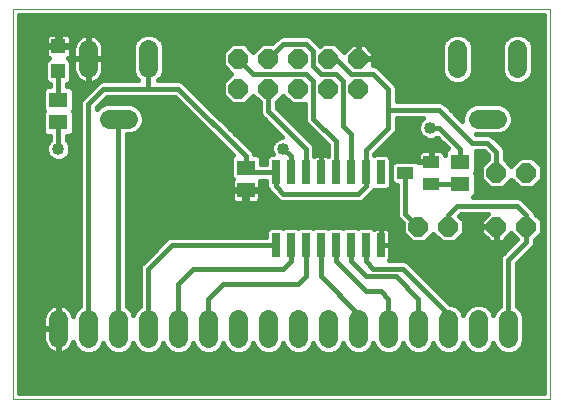
<source format=gtl>
G75*
G70*
%OFA0B0*%
%FSLAX24Y24*%
%IPPOS*%
%LPD*%
%AMOC8*
5,1,8,0,0,1.08239X$1,22.5*
%
%ADD10C,0.0000*%
%ADD11R,0.0472X0.0472*%
%ADD12R,0.0630X0.0512*%
%ADD13R,0.0591X0.0512*%
%ADD14C,0.0640*%
%ADD15R,0.0260X0.0800*%
%ADD16OC8,0.0640*%
%ADD17R,0.0551X0.0394*%
%ADD18C,0.0160*%
%ADD19C,0.0400*%
D10*
X000182Y000188D02*
X000182Y013184D01*
X018052Y013184D01*
X018052Y000188D01*
X000182Y000188D01*
D11*
X001682Y011125D03*
X001682Y011952D03*
D12*
X001682Y010162D03*
X001682Y009414D03*
X015082Y008112D03*
X015082Y007364D03*
D13*
X007932Y007164D03*
X007932Y007912D03*
D14*
X004002Y009538D02*
X003362Y009538D01*
X002682Y011218D02*
X002682Y011858D01*
X004682Y011858D02*
X004682Y011218D01*
X014982Y011218D02*
X014982Y011858D01*
X016982Y011858D02*
X016982Y011218D01*
X016302Y009538D02*
X015662Y009538D01*
X015682Y002858D02*
X015682Y002218D01*
X016682Y002218D02*
X016682Y002858D01*
X014682Y002858D02*
X014682Y002218D01*
X013682Y002218D02*
X013682Y002858D01*
X012682Y002858D02*
X012682Y002218D01*
X011682Y002218D02*
X011682Y002858D01*
X010682Y002858D02*
X010682Y002218D01*
X009682Y002218D02*
X009682Y002858D01*
X008682Y002858D02*
X008682Y002218D01*
X007682Y002218D02*
X007682Y002858D01*
X006682Y002858D02*
X006682Y002218D01*
X005682Y002218D02*
X005682Y002858D01*
X004682Y002858D02*
X004682Y002218D01*
X003682Y002218D02*
X003682Y002858D01*
X002682Y002858D02*
X002682Y002218D01*
X001682Y002218D02*
X001682Y002858D01*
D15*
X008932Y005328D03*
X009432Y005328D03*
X009932Y005328D03*
X010432Y005328D03*
X010932Y005328D03*
X011432Y005328D03*
X011932Y005328D03*
X012432Y005328D03*
X012432Y007748D03*
X011932Y007748D03*
X011432Y007748D03*
X010932Y007748D03*
X010432Y007748D03*
X009932Y007748D03*
X009432Y007748D03*
X008932Y007748D03*
D16*
X008682Y010538D03*
X009682Y010538D03*
X010682Y010538D03*
X011682Y010538D03*
X011682Y011538D03*
X010682Y011538D03*
X009682Y011538D03*
X008682Y011538D03*
X007682Y011538D03*
X007682Y010538D03*
X013682Y005938D03*
X014682Y005938D03*
X016282Y005938D03*
X017282Y005938D03*
X017282Y007738D03*
X016282Y007738D03*
D17*
X014115Y007364D03*
X013249Y007738D03*
X014115Y008112D03*
D18*
X014096Y008094D02*
X013659Y008094D01*
X013659Y008083D01*
X013607Y008135D01*
X012890Y008135D01*
X012773Y008018D01*
X012773Y007459D01*
X012890Y007341D01*
X012969Y007341D01*
X012969Y006427D01*
X012969Y006316D01*
X013011Y006213D01*
X013162Y006062D01*
X013162Y005723D01*
X013466Y005418D01*
X013897Y005418D01*
X014182Y005703D01*
X014466Y005418D01*
X014897Y005418D01*
X015202Y005723D01*
X015202Y006154D01*
X015047Y006308D01*
X015098Y006358D01*
X015995Y006358D01*
X015782Y006145D01*
X015782Y005958D01*
X016262Y005958D01*
X016262Y005918D01*
X016302Y005918D01*
X016302Y005438D01*
X016489Y005438D01*
X016768Y005717D01*
X016966Y005519D01*
X016445Y004997D01*
X016402Y004894D01*
X016402Y004783D01*
X016402Y003305D01*
X016387Y003299D01*
X016241Y003153D01*
X016182Y003010D01*
X016123Y003153D01*
X015976Y003299D01*
X015785Y003378D01*
X015578Y003378D01*
X015387Y003299D01*
X015241Y003153D01*
X015182Y003010D01*
X015123Y003153D01*
X014976Y003299D01*
X014785Y003378D01*
X014738Y003378D01*
X013340Y004776D01*
X013238Y004818D01*
X013126Y004818D01*
X012706Y004818D01*
X012730Y004859D01*
X012742Y004905D01*
X012742Y005328D01*
X012432Y005328D01*
X012432Y005328D01*
X012742Y005328D01*
X012742Y005752D01*
X012730Y005798D01*
X012706Y005839D01*
X012672Y005872D01*
X012631Y005896D01*
X012586Y005908D01*
X012432Y005908D01*
X012432Y005329D01*
X012432Y005329D01*
X012432Y005908D01*
X012278Y005908D01*
X012232Y005896D01*
X012197Y005876D01*
X012145Y005928D01*
X011719Y005928D01*
X011682Y005891D01*
X011645Y005928D01*
X011219Y005928D01*
X011182Y005891D01*
X011145Y005928D01*
X010719Y005928D01*
X010682Y005891D01*
X010645Y005928D01*
X010219Y005928D01*
X010182Y005891D01*
X010145Y005928D01*
X009719Y005928D01*
X009682Y005891D01*
X009645Y005928D01*
X009219Y005928D01*
X009182Y005891D01*
X009145Y005928D01*
X008719Y005928D01*
X008602Y005811D01*
X008602Y005608D01*
X005528Y005608D01*
X005416Y005608D01*
X005313Y005566D01*
X004523Y004776D01*
X004445Y004697D01*
X004402Y004594D01*
X004402Y003305D01*
X004387Y003299D01*
X004241Y003153D01*
X004182Y003010D01*
X004123Y003153D01*
X003976Y003299D01*
X003962Y003305D01*
X003962Y009018D01*
X004105Y009018D01*
X004296Y009097D01*
X004443Y009244D01*
X004522Y009435D01*
X004522Y009642D01*
X004443Y009833D01*
X004296Y009979D01*
X004105Y010058D01*
X003258Y010058D01*
X003067Y009979D01*
X002962Y009874D01*
X002962Y009922D01*
X003298Y010258D01*
X004626Y010258D01*
X004738Y010258D01*
X005566Y010258D01*
X007505Y008319D01*
X007437Y008251D01*
X007437Y007574D01*
X007488Y007522D01*
X007469Y007490D01*
X007457Y007444D01*
X007457Y007212D01*
X007884Y007212D01*
X007884Y007116D01*
X007980Y007116D01*
X007980Y006728D01*
X008251Y006728D01*
X008297Y006741D01*
X008338Y006764D01*
X008371Y006798D01*
X008395Y006839D01*
X008407Y006885D01*
X008407Y007116D01*
X007980Y007116D01*
X007980Y007212D01*
X008407Y007212D01*
X008407Y007444D01*
X008401Y007468D01*
X008602Y007468D01*
X008602Y007265D01*
X008664Y007203D01*
X008695Y007130D01*
X008773Y007051D01*
X008773Y007051D01*
X009023Y006801D01*
X009126Y006758D01*
X009238Y006758D01*
X011626Y006758D01*
X011738Y006758D01*
X011840Y006801D01*
X012090Y007051D01*
X012090Y007051D01*
X012169Y007130D01*
X012189Y007178D01*
X012219Y007148D01*
X012645Y007148D01*
X012762Y007265D01*
X012762Y008231D01*
X012645Y008348D01*
X012219Y008348D01*
X012212Y008341D01*
X012212Y008372D01*
X012919Y009080D01*
X012962Y009183D01*
X012962Y009294D01*
X012962Y009558D01*
X013836Y009558D01*
X013743Y009465D01*
X013682Y009318D01*
X013682Y009159D01*
X013743Y009012D01*
X013855Y008899D01*
X014002Y008838D01*
X014161Y008838D01*
X014308Y008899D01*
X014317Y008907D01*
X014670Y008554D01*
X014567Y008451D01*
X014567Y008346D01*
X014558Y008379D01*
X014535Y008420D01*
X014501Y008453D01*
X014460Y008477D01*
X014414Y008489D01*
X014133Y008489D01*
X014133Y008131D01*
X014096Y008131D01*
X014096Y008094D01*
X014096Y008131D02*
X013659Y008131D01*
X013659Y008333D01*
X013672Y008379D01*
X013695Y008420D01*
X013729Y008453D01*
X013770Y008477D01*
X013816Y008489D01*
X014096Y008489D01*
X014096Y008131D01*
X014096Y008246D02*
X014133Y008246D01*
X014133Y008405D02*
X014096Y008405D01*
X013687Y008405D02*
X012244Y008405D01*
X012403Y008563D02*
X014661Y008563D01*
X014502Y008722D02*
X012562Y008722D01*
X012720Y008881D02*
X013900Y008881D01*
X013731Y009039D02*
X012879Y009039D01*
X012962Y009198D02*
X013682Y009198D01*
X013698Y009356D02*
X012962Y009356D01*
X012682Y009238D02*
X011932Y008488D01*
X011932Y007748D01*
X011932Y007288D01*
X011682Y007038D01*
X009182Y007038D01*
X008932Y007288D01*
X008932Y007748D01*
X008096Y007748D01*
X007932Y007912D01*
X007932Y008288D01*
X005682Y010538D01*
X004682Y010538D01*
X003182Y010538D01*
X002682Y010038D01*
X002682Y002538D01*
X002169Y002099D02*
X002241Y001924D01*
X002387Y001777D01*
X002578Y001698D01*
X002785Y001698D01*
X002976Y001777D01*
X003123Y001924D01*
X003182Y002067D01*
X003241Y001924D01*
X003387Y001777D01*
X003578Y001698D01*
X003785Y001698D01*
X003976Y001777D01*
X004123Y001924D01*
X004182Y002067D01*
X004241Y001924D01*
X004387Y001777D01*
X004578Y001698D01*
X004785Y001698D01*
X004976Y001777D01*
X005123Y001924D01*
X005182Y002067D01*
X005241Y001924D01*
X005387Y001777D01*
X005578Y001698D01*
X005785Y001698D01*
X005976Y001777D01*
X006123Y001924D01*
X006182Y002067D01*
X006241Y001924D01*
X006387Y001777D01*
X006578Y001698D01*
X006785Y001698D01*
X006976Y001777D01*
X007123Y001924D01*
X007182Y002067D01*
X007241Y001924D01*
X007387Y001777D01*
X007578Y001698D01*
X007785Y001698D01*
X007976Y001777D01*
X008123Y001924D01*
X008182Y002067D01*
X008241Y001924D01*
X008387Y001777D01*
X008578Y001698D01*
X008785Y001698D01*
X008976Y001777D01*
X009123Y001924D01*
X009182Y002067D01*
X009241Y001924D01*
X009387Y001777D01*
X009578Y001698D01*
X009785Y001698D01*
X009976Y001777D01*
X010123Y001924D01*
X010182Y002067D01*
X010241Y001924D01*
X010387Y001777D01*
X010578Y001698D01*
X010785Y001698D01*
X010976Y001777D01*
X011123Y001924D01*
X011182Y002067D01*
X011241Y001924D01*
X011387Y001777D01*
X011578Y001698D01*
X011785Y001698D01*
X011976Y001777D01*
X012123Y001924D01*
X012182Y002067D01*
X012241Y001924D01*
X012387Y001777D01*
X012578Y001698D01*
X012785Y001698D01*
X012976Y001777D01*
X013123Y001924D01*
X013182Y002067D01*
X013241Y001924D01*
X013387Y001777D01*
X013578Y001698D01*
X013785Y001698D01*
X013976Y001777D01*
X014123Y001924D01*
X014182Y002067D01*
X014241Y001924D01*
X014387Y001777D01*
X014578Y001698D01*
X014785Y001698D01*
X014976Y001777D01*
X015123Y001924D01*
X015182Y002067D01*
X015241Y001924D01*
X015387Y001777D01*
X015578Y001698D01*
X015785Y001698D01*
X015976Y001777D01*
X016123Y001924D01*
X016182Y002067D01*
X016241Y001924D01*
X016387Y001777D01*
X016578Y001698D01*
X016785Y001698D01*
X016976Y001777D01*
X017123Y001924D01*
X017202Y002115D01*
X017202Y002962D01*
X017123Y003153D01*
X016976Y003299D01*
X016962Y003305D01*
X016962Y004722D01*
X017440Y005201D01*
X017519Y005280D01*
X017562Y005383D01*
X017562Y005483D01*
X017802Y005723D01*
X017802Y006154D01*
X017562Y006394D01*
X017519Y006497D01*
X017440Y006576D01*
X017140Y006876D01*
X017038Y006918D01*
X016926Y006918D01*
X015490Y006918D01*
X015597Y007025D01*
X015597Y007703D01*
X015562Y007738D01*
X015597Y007774D01*
X015597Y008451D01*
X015590Y008458D01*
X015866Y008458D01*
X016002Y008322D01*
X016002Y008194D01*
X015762Y007954D01*
X015762Y007523D01*
X016066Y007218D01*
X016497Y007218D01*
X016782Y007503D01*
X017066Y007218D01*
X017497Y007218D01*
X017802Y007523D01*
X017802Y007954D01*
X017497Y008258D01*
X017066Y008258D01*
X016782Y007974D01*
X016562Y008194D01*
X016562Y008383D01*
X016562Y008494D01*
X016519Y008597D01*
X016219Y008897D01*
X016140Y008976D01*
X016038Y009018D01*
X015598Y009018D01*
X015598Y009018D01*
X016405Y009018D01*
X016596Y009097D01*
X016743Y009244D01*
X016822Y009435D01*
X016822Y009642D01*
X016743Y009833D01*
X016596Y009979D01*
X016405Y010058D01*
X015558Y010058D01*
X015367Y009979D01*
X015221Y009833D01*
X015142Y009642D01*
X015142Y009474D01*
X014619Y009997D01*
X014540Y010076D01*
X014438Y010118D01*
X012962Y010118D01*
X012962Y010594D01*
X012919Y010697D01*
X012840Y010776D01*
X012340Y011276D01*
X012238Y011318D01*
X012169Y011318D01*
X012182Y011331D01*
X012182Y011518D01*
X011702Y011518D01*
X011702Y011558D01*
X012182Y011558D01*
X012182Y011745D01*
X011889Y012038D01*
X011702Y012038D01*
X011702Y011559D01*
X011662Y011559D01*
X011662Y012038D01*
X011475Y012038D01*
X011196Y011759D01*
X010897Y012058D01*
X010466Y012058D01*
X010387Y011979D01*
X010340Y012026D01*
X010090Y012276D01*
X009988Y012318D01*
X009876Y012318D01*
X009126Y012318D01*
X009023Y012276D01*
X008945Y012197D01*
X008945Y012197D01*
X008806Y012058D01*
X008466Y012058D01*
X008182Y011774D01*
X007897Y012058D01*
X007466Y012058D01*
X007162Y011754D01*
X007162Y011323D01*
X007447Y011038D01*
X007162Y010754D01*
X007162Y010323D01*
X007466Y010018D01*
X007897Y010018D01*
X008182Y010303D01*
X008402Y010083D01*
X008402Y009844D01*
X008402Y009733D01*
X008445Y009630D01*
X009136Y008938D01*
X009102Y008938D01*
X008955Y008877D01*
X008843Y008765D01*
X008782Y008618D01*
X008782Y008459D01*
X008828Y008348D01*
X008719Y008348D01*
X008602Y008231D01*
X008602Y008028D01*
X008427Y008028D01*
X008427Y008251D01*
X008310Y008368D01*
X008202Y008368D01*
X008169Y008447D01*
X005840Y010776D01*
X005738Y010818D01*
X005626Y010818D01*
X005017Y010818D01*
X005123Y010924D01*
X005202Y011115D01*
X005202Y011962D01*
X005123Y012153D01*
X004976Y012299D01*
X004785Y012378D01*
X004578Y012378D01*
X004387Y012299D01*
X004241Y012153D01*
X004162Y011962D01*
X004162Y011115D01*
X004241Y010924D01*
X004347Y010818D01*
X003238Y010818D01*
X003126Y010818D01*
X003023Y010776D01*
X002523Y010276D01*
X002445Y010197D01*
X002402Y010094D01*
X002402Y003305D01*
X002387Y003299D01*
X002241Y003153D01*
X002169Y002978D01*
X002145Y003050D01*
X002109Y003120D01*
X002063Y003184D01*
X002008Y003240D01*
X001944Y003286D01*
X001874Y003322D01*
X001799Y003346D01*
X001721Y003358D01*
X001702Y003358D01*
X001702Y002559D01*
X001662Y002559D01*
X001662Y003358D01*
X001643Y003358D01*
X001565Y003346D01*
X001490Y003322D01*
X001420Y003286D01*
X001356Y003240D01*
X001301Y003184D01*
X001254Y003120D01*
X001219Y003050D01*
X001194Y002975D01*
X001182Y002898D01*
X001182Y002558D01*
X001662Y002558D01*
X001662Y002518D01*
X001702Y002518D01*
X001702Y001718D01*
X001721Y001718D01*
X001799Y001731D01*
X001874Y001755D01*
X001944Y001791D01*
X002008Y001837D01*
X002063Y001893D01*
X002109Y001956D01*
X002145Y002026D01*
X002169Y002099D01*
X002157Y002063D02*
X002183Y002063D01*
X002260Y001905D02*
X002072Y001905D01*
X001847Y001746D02*
X002463Y001746D01*
X002901Y001746D02*
X003463Y001746D01*
X003260Y001905D02*
X003104Y001905D01*
X003180Y002063D02*
X003183Y002063D01*
X003682Y002538D02*
X003682Y009288D01*
X003932Y009538D01*
X003682Y009538D01*
X004269Y009990D02*
X005834Y009990D01*
X005992Y009832D02*
X004443Y009832D01*
X004509Y009673D02*
X006151Y009673D01*
X006309Y009515D02*
X004522Y009515D01*
X004489Y009356D02*
X006468Y009356D01*
X006627Y009198D02*
X004397Y009198D01*
X004156Y009039D02*
X006785Y009039D01*
X006944Y008881D02*
X003962Y008881D01*
X003962Y008722D02*
X007102Y008722D01*
X007261Y008563D02*
X003962Y008563D01*
X003962Y008405D02*
X007419Y008405D01*
X007437Y008246D02*
X003962Y008246D01*
X003962Y008088D02*
X007437Y008088D01*
X007437Y007929D02*
X003962Y007929D01*
X003962Y007771D02*
X007437Y007771D01*
X007437Y007612D02*
X003962Y007612D01*
X003962Y007454D02*
X007459Y007454D01*
X007457Y007295D02*
X003962Y007295D01*
X003962Y007137D02*
X007884Y007137D01*
X007884Y007116D02*
X007457Y007116D01*
X007457Y006885D01*
X007469Y006839D01*
X007493Y006798D01*
X007526Y006764D01*
X007567Y006741D01*
X007613Y006728D01*
X007884Y006728D01*
X007884Y007116D01*
X007980Y007137D02*
X008692Y007137D01*
X008602Y007295D02*
X008407Y007295D01*
X008404Y007454D02*
X008602Y007454D01*
X008407Y006978D02*
X008846Y006978D01*
X009005Y006819D02*
X008384Y006819D01*
X007980Y006819D02*
X007884Y006819D01*
X007884Y006978D02*
X007980Y006978D01*
X007457Y006978D02*
X003962Y006978D01*
X003962Y006819D02*
X007480Y006819D01*
X008659Y005868D02*
X003962Y005868D01*
X003962Y005710D02*
X008602Y005710D01*
X008932Y005328D02*
X005472Y005328D01*
X004682Y004538D01*
X004682Y002538D01*
X005180Y002063D02*
X005183Y002063D01*
X005260Y001905D02*
X005104Y001905D01*
X004901Y001746D02*
X005463Y001746D01*
X005901Y001746D02*
X006463Y001746D01*
X006260Y001905D02*
X006104Y001905D01*
X006180Y002063D02*
X006183Y002063D01*
X006682Y002538D02*
X006682Y003538D01*
X007182Y004038D01*
X009682Y004038D01*
X009932Y004288D01*
X009932Y005328D01*
X010432Y005328D02*
X010432Y004288D01*
X011680Y003040D01*
X011682Y003040D01*
X011682Y002538D01*
X012180Y002063D02*
X012183Y002063D01*
X012260Y001905D02*
X012104Y001905D01*
X011901Y001746D02*
X012463Y001746D01*
X012901Y001746D02*
X013463Y001746D01*
X013260Y001905D02*
X013104Y001905D01*
X013180Y002063D02*
X013183Y002063D01*
X013682Y002538D02*
X013682Y003538D01*
X012932Y004288D01*
X011932Y004288D01*
X011432Y004788D01*
X011432Y005328D01*
X011932Y005328D02*
X011932Y004788D01*
X012182Y004538D01*
X013182Y004538D01*
X014682Y003038D01*
X014682Y002538D01*
X015180Y002063D02*
X015183Y002063D01*
X015260Y001905D02*
X015104Y001905D01*
X014901Y001746D02*
X015463Y001746D01*
X015901Y001746D02*
X016463Y001746D01*
X016260Y001905D02*
X016104Y001905D01*
X016180Y002063D02*
X016183Y002063D01*
X016682Y002538D02*
X016682Y004838D01*
X017282Y005438D01*
X017282Y005938D01*
X017282Y006338D01*
X016982Y006638D01*
X014982Y006638D01*
X014682Y006338D01*
X014682Y005938D01*
X015030Y005551D02*
X015962Y005551D01*
X016075Y005438D02*
X015782Y005731D01*
X015782Y005918D01*
X016262Y005918D01*
X016262Y005438D01*
X016075Y005438D01*
X016262Y005551D02*
X016302Y005551D01*
X016302Y005710D02*
X016262Y005710D01*
X016262Y005868D02*
X016302Y005868D01*
X016602Y005551D02*
X016934Y005551D01*
X016840Y005393D02*
X012742Y005393D01*
X012742Y005551D02*
X013334Y005551D01*
X013175Y005710D02*
X012742Y005710D01*
X012676Y005868D02*
X013162Y005868D01*
X013162Y006027D02*
X003962Y006027D01*
X003962Y006185D02*
X013039Y006185D01*
X012969Y006344D02*
X003962Y006344D01*
X003962Y006502D02*
X012969Y006502D01*
X012969Y006661D02*
X003962Y006661D01*
X003962Y005551D02*
X005299Y005551D01*
X005140Y005393D02*
X003962Y005393D01*
X003962Y005234D02*
X004982Y005234D01*
X004823Y005076D02*
X003962Y005076D01*
X003962Y004917D02*
X004665Y004917D01*
X004506Y004758D02*
X003962Y004758D01*
X003962Y004600D02*
X004404Y004600D01*
X004402Y004441D02*
X003962Y004441D01*
X003962Y004283D02*
X004402Y004283D01*
X004402Y004124D02*
X003962Y004124D01*
X003962Y003966D02*
X004402Y003966D01*
X004402Y003807D02*
X003962Y003807D01*
X003962Y003649D02*
X004402Y003649D01*
X004402Y003490D02*
X003962Y003490D01*
X003962Y003332D02*
X004402Y003332D01*
X004261Y003173D02*
X004102Y003173D01*
X004180Y003014D02*
X004184Y003014D01*
X004180Y002063D02*
X004183Y002063D01*
X004260Y001905D02*
X004104Y001905D01*
X003901Y001746D02*
X004463Y001746D01*
X005682Y002538D02*
X005682Y004038D01*
X006182Y004538D01*
X009182Y004538D01*
X009432Y004788D01*
X009432Y005328D01*
X010932Y005328D02*
X010932Y004788D01*
X011932Y003788D01*
X012432Y003788D01*
X012682Y003538D01*
X012682Y002790D01*
X012682Y002538D01*
X012680Y002788D02*
X012682Y002790D01*
X012680Y002788D02*
X012680Y003040D01*
X013992Y004124D02*
X016402Y004124D01*
X016402Y003966D02*
X014150Y003966D01*
X014309Y003807D02*
X016402Y003807D01*
X016402Y003649D02*
X014467Y003649D01*
X014626Y003490D02*
X016402Y003490D01*
X016402Y003332D02*
X015898Y003332D01*
X016102Y003173D02*
X016261Y003173D01*
X016184Y003014D02*
X016180Y003014D01*
X015466Y003332D02*
X014898Y003332D01*
X015102Y003173D02*
X015261Y003173D01*
X015184Y003014D02*
X015180Y003014D01*
X014183Y002063D02*
X014180Y002063D01*
X014104Y001905D02*
X014260Y001905D01*
X014463Y001746D02*
X013901Y001746D01*
X011463Y001746D02*
X010901Y001746D01*
X011104Y001905D02*
X011260Y001905D01*
X011183Y002063D02*
X011180Y002063D01*
X010463Y001746D02*
X009901Y001746D01*
X010104Y001905D02*
X010260Y001905D01*
X010183Y002063D02*
X010180Y002063D01*
X009463Y001746D02*
X008901Y001746D01*
X009104Y001905D02*
X009260Y001905D01*
X009183Y002063D02*
X009180Y002063D01*
X008463Y001746D02*
X007901Y001746D01*
X008104Y001905D02*
X008260Y001905D01*
X008183Y002063D02*
X008180Y002063D01*
X007463Y001746D02*
X006901Y001746D01*
X007104Y001905D02*
X007260Y001905D01*
X007183Y002063D02*
X007180Y002063D01*
X002402Y003332D02*
X001843Y003332D01*
X001702Y003332D02*
X001662Y003332D01*
X001521Y003332D02*
X000382Y003332D01*
X000382Y003173D02*
X001293Y003173D01*
X001207Y003014D02*
X000382Y003014D01*
X000382Y002856D02*
X001182Y002856D01*
X001182Y002697D02*
X000382Y002697D01*
X000382Y002539D02*
X001662Y002539D01*
X001662Y002518D02*
X001182Y002518D01*
X001182Y002179D01*
X001194Y002101D01*
X001219Y002026D01*
X001254Y001956D01*
X001301Y001893D01*
X001356Y001837D01*
X001420Y001791D01*
X001490Y001755D01*
X001565Y001731D01*
X001643Y001718D01*
X001662Y001718D01*
X001662Y002518D01*
X001662Y002380D02*
X001702Y002380D01*
X001702Y002222D02*
X001662Y002222D01*
X001662Y002063D02*
X001702Y002063D01*
X001702Y001905D02*
X001662Y001905D01*
X001662Y001746D02*
X001702Y001746D01*
X001517Y001746D02*
X000382Y001746D01*
X000382Y001905D02*
X001292Y001905D01*
X001206Y002063D02*
X000382Y002063D01*
X000382Y002222D02*
X001182Y002222D01*
X001182Y002380D02*
X000382Y002380D01*
X000382Y001588D02*
X017852Y001588D01*
X017852Y001429D02*
X000382Y001429D01*
X000382Y001270D02*
X017852Y001270D01*
X017852Y001112D02*
X000382Y001112D01*
X000382Y000953D02*
X017852Y000953D01*
X017852Y000795D02*
X000382Y000795D01*
X000382Y000636D02*
X017852Y000636D01*
X017852Y000478D02*
X000382Y000478D01*
X000382Y000388D02*
X000382Y012984D01*
X017852Y012984D01*
X017852Y000388D01*
X000382Y000388D01*
X001662Y002697D02*
X001702Y002697D01*
X001702Y002856D02*
X001662Y002856D01*
X001662Y003014D02*
X001702Y003014D01*
X001702Y003173D02*
X001662Y003173D01*
X002071Y003173D02*
X002261Y003173D01*
X002184Y003014D02*
X002157Y003014D01*
X002402Y003490D02*
X000382Y003490D01*
X000382Y003649D02*
X002402Y003649D01*
X002402Y003807D02*
X000382Y003807D01*
X000382Y003966D02*
X002402Y003966D01*
X002402Y004124D02*
X000382Y004124D01*
X000382Y004283D02*
X002402Y004283D01*
X002402Y004441D02*
X000382Y004441D01*
X000382Y004600D02*
X002402Y004600D01*
X002402Y004758D02*
X000382Y004758D01*
X000382Y004917D02*
X002402Y004917D01*
X002402Y005076D02*
X000382Y005076D01*
X000382Y005234D02*
X002402Y005234D01*
X002402Y005393D02*
X000382Y005393D01*
X000382Y005551D02*
X002402Y005551D01*
X002402Y005710D02*
X000382Y005710D01*
X000382Y005868D02*
X002402Y005868D01*
X002402Y006027D02*
X000382Y006027D01*
X000382Y006185D02*
X002402Y006185D01*
X002402Y006344D02*
X000382Y006344D01*
X000382Y006502D02*
X002402Y006502D01*
X002402Y006661D02*
X000382Y006661D01*
X000382Y006819D02*
X002402Y006819D01*
X002402Y006978D02*
X000382Y006978D01*
X000382Y007137D02*
X002402Y007137D01*
X002402Y007295D02*
X000382Y007295D01*
X000382Y007454D02*
X002402Y007454D01*
X002402Y007612D02*
X000382Y007612D01*
X000382Y007771D02*
X002402Y007771D01*
X002402Y007929D02*
X000382Y007929D01*
X000382Y008088D02*
X002402Y008088D01*
X002402Y008246D02*
X001956Y008246D01*
X001908Y008199D02*
X002021Y008312D01*
X002082Y008459D01*
X002082Y008618D01*
X002021Y008765D01*
X001962Y008824D01*
X001962Y008958D01*
X002080Y008958D01*
X002197Y009075D01*
X002197Y009753D01*
X002162Y009788D01*
X002197Y009824D01*
X002197Y010501D01*
X002080Y010618D01*
X001962Y010618D01*
X001962Y010689D01*
X002001Y010689D01*
X002118Y010806D01*
X002118Y011444D01*
X002004Y011557D01*
X002029Y011571D01*
X002062Y011605D01*
X002086Y011646D01*
X002098Y011692D01*
X002098Y011913D01*
X001720Y011913D01*
X001720Y011990D01*
X001644Y011990D01*
X001644Y012368D01*
X001422Y012368D01*
X001376Y012356D01*
X001335Y012332D01*
X001302Y012298D01*
X001278Y012257D01*
X001266Y012212D01*
X001266Y011990D01*
X001644Y011990D01*
X001644Y011913D01*
X001266Y011913D01*
X001266Y011692D01*
X001278Y011646D01*
X001302Y011605D01*
X001335Y011571D01*
X001359Y011557D01*
X001246Y011444D01*
X001246Y010806D01*
X001363Y010689D01*
X001402Y010689D01*
X001402Y010618D01*
X001284Y010618D01*
X001167Y010501D01*
X001167Y009824D01*
X001202Y009788D01*
X001167Y009753D01*
X001167Y009075D01*
X001284Y008958D01*
X001402Y008958D01*
X001402Y008824D01*
X001343Y008765D01*
X001282Y008618D01*
X001282Y008459D01*
X001343Y008312D01*
X001455Y008199D01*
X001602Y008138D01*
X001761Y008138D01*
X001908Y008199D01*
X002060Y008405D02*
X002402Y008405D01*
X002402Y008563D02*
X002082Y008563D01*
X002039Y008722D02*
X002402Y008722D01*
X002402Y008881D02*
X001962Y008881D01*
X002160Y009039D02*
X002402Y009039D01*
X002402Y009198D02*
X002197Y009198D01*
X002197Y009356D02*
X002402Y009356D01*
X002402Y009515D02*
X002197Y009515D01*
X002197Y009673D02*
X002402Y009673D01*
X002402Y009832D02*
X002197Y009832D01*
X002197Y009990D02*
X002402Y009990D01*
X002425Y010149D02*
X002197Y010149D01*
X002197Y010307D02*
X002555Y010307D01*
X002523Y010276D02*
X002523Y010276D01*
X002714Y010466D02*
X002197Y010466D01*
X001962Y010625D02*
X002872Y010625D01*
X002799Y010731D02*
X002721Y010718D01*
X002702Y010718D01*
X002702Y011518D01*
X002662Y011518D01*
X002662Y010718D01*
X002643Y010718D01*
X002565Y010731D01*
X002490Y010755D01*
X002420Y010791D01*
X002356Y010837D01*
X002301Y010893D01*
X002254Y010956D01*
X002219Y011026D01*
X002194Y011101D01*
X002182Y011179D01*
X002182Y011518D01*
X002662Y011518D01*
X002662Y011558D01*
X002182Y011558D01*
X002182Y011898D01*
X002194Y011975D01*
X002219Y012050D01*
X002254Y012120D01*
X002301Y012184D01*
X002356Y012240D01*
X002420Y012286D01*
X002490Y012322D01*
X002565Y012346D01*
X002643Y012358D01*
X002662Y012358D01*
X002662Y011559D01*
X002702Y011559D01*
X002702Y012358D01*
X002721Y012358D01*
X002799Y012346D01*
X002874Y012322D01*
X002944Y012286D01*
X003008Y012240D01*
X003063Y012184D01*
X003109Y012120D01*
X003145Y012050D01*
X003170Y011975D01*
X003182Y011898D01*
X003182Y011558D01*
X002702Y011558D01*
X002702Y011518D01*
X003182Y011518D01*
X003182Y011179D01*
X003170Y011101D01*
X003145Y011026D01*
X003109Y010956D01*
X003063Y010893D01*
X003008Y010837D01*
X002944Y010791D01*
X002874Y010755D01*
X002799Y010731D01*
X002702Y010783D02*
X002662Y010783D01*
X002662Y010942D02*
X002702Y010942D01*
X002702Y011100D02*
X002662Y011100D01*
X002662Y011259D02*
X002702Y011259D01*
X002702Y011417D02*
X002662Y011417D01*
X002662Y011576D02*
X002702Y011576D01*
X002702Y011734D02*
X002662Y011734D01*
X002662Y011893D02*
X002702Y011893D01*
X002702Y012051D02*
X002662Y012051D01*
X002662Y012210D02*
X002702Y012210D01*
X003037Y012210D02*
X004298Y012210D01*
X004199Y012051D02*
X003145Y012051D01*
X003182Y011893D02*
X004162Y011893D01*
X004162Y011734D02*
X003182Y011734D01*
X003182Y011576D02*
X004162Y011576D01*
X004162Y011417D02*
X003182Y011417D01*
X003182Y011259D02*
X004162Y011259D01*
X004168Y011100D02*
X003169Y011100D01*
X003099Y010942D02*
X004234Y010942D01*
X004682Y010538D02*
X004682Y011538D01*
X005202Y011576D02*
X007162Y011576D01*
X007162Y011734D02*
X005202Y011734D01*
X005202Y011893D02*
X007301Y011893D01*
X007460Y012051D02*
X005165Y012051D01*
X005066Y012210D02*
X008958Y012210D01*
X009182Y012038D02*
X009932Y012038D01*
X010182Y011788D01*
X010182Y011288D01*
X010432Y011038D01*
X010932Y011038D01*
X011182Y010788D01*
X011182Y009288D01*
X011432Y009038D01*
X011432Y007748D01*
X010932Y007748D02*
X010932Y008788D01*
X010182Y009538D01*
X010182Y010788D01*
X009932Y011038D01*
X008182Y011038D01*
X007682Y011538D01*
X008063Y011893D02*
X008301Y011893D01*
X008460Y012051D02*
X007904Y012051D01*
X008682Y011538D02*
X009182Y012038D01*
X010156Y012210D02*
X014598Y012210D01*
X014541Y012153D02*
X014687Y012299D01*
X014878Y012378D01*
X015085Y012378D01*
X015276Y012299D01*
X015423Y012153D01*
X015502Y011962D01*
X015502Y011115D01*
X015423Y010924D01*
X015276Y010777D01*
X015085Y010698D01*
X014878Y010698D01*
X014687Y010777D01*
X014541Y010924D01*
X014462Y011115D01*
X014462Y011962D01*
X014541Y012153D01*
X014499Y012051D02*
X010904Y012051D01*
X011063Y011893D02*
X011329Y011893D01*
X011662Y011893D02*
X011702Y011893D01*
X011702Y011734D02*
X011662Y011734D01*
X011662Y011576D02*
X011702Y011576D01*
X012034Y011893D02*
X014462Y011893D01*
X014462Y011734D02*
X012182Y011734D01*
X012182Y011576D02*
X014462Y011576D01*
X014462Y011417D02*
X012182Y011417D01*
X012357Y011259D02*
X014462Y011259D01*
X014468Y011100D02*
X012516Y011100D01*
X012674Y010942D02*
X014534Y010942D01*
X014682Y010783D02*
X012833Y010783D01*
X012840Y010776D02*
X012840Y010776D01*
X012949Y010625D02*
X017852Y010625D01*
X017852Y010783D02*
X017282Y010783D01*
X017276Y010777D02*
X017423Y010924D01*
X017502Y011115D01*
X017502Y011962D01*
X017423Y012153D01*
X017276Y012299D01*
X017085Y012378D01*
X016878Y012378D01*
X016687Y012299D01*
X016541Y012153D01*
X016462Y011962D01*
X016462Y011115D01*
X016541Y010924D01*
X016687Y010777D01*
X016878Y010698D01*
X017085Y010698D01*
X017276Y010777D01*
X017430Y010942D02*
X017852Y010942D01*
X017852Y011100D02*
X017496Y011100D01*
X017502Y011259D02*
X017852Y011259D01*
X017852Y011417D02*
X017502Y011417D01*
X017502Y011576D02*
X017852Y011576D01*
X017852Y011734D02*
X017502Y011734D01*
X017502Y011893D02*
X017852Y011893D01*
X017852Y012051D02*
X017465Y012051D01*
X017366Y012210D02*
X017852Y012210D01*
X017852Y012369D02*
X017109Y012369D01*
X016855Y012369D02*
X015109Y012369D01*
X015366Y012210D02*
X016598Y012210D01*
X016499Y012051D02*
X015465Y012051D01*
X015502Y011893D02*
X016462Y011893D01*
X016462Y011734D02*
X015502Y011734D01*
X015502Y011576D02*
X016462Y011576D01*
X016462Y011417D02*
X015502Y011417D01*
X015502Y011259D02*
X016462Y011259D01*
X016468Y011100D02*
X015496Y011100D01*
X015430Y010942D02*
X016534Y010942D01*
X016682Y010783D02*
X015282Y010783D01*
X015395Y009990D02*
X014626Y009990D01*
X014784Y009832D02*
X015221Y009832D01*
X015155Y009673D02*
X014943Y009673D01*
X015101Y009515D02*
X015142Y009515D01*
X014382Y009238D02*
X015082Y008538D01*
X015082Y008112D01*
X015597Y008088D02*
X015896Y008088D01*
X016002Y008246D02*
X015597Y008246D01*
X015597Y008405D02*
X015919Y008405D01*
X015982Y008738D02*
X016282Y008438D01*
X016282Y007738D01*
X015831Y007454D02*
X015597Y007454D01*
X015597Y007612D02*
X015762Y007612D01*
X015762Y007771D02*
X015594Y007771D01*
X015597Y007929D02*
X015762Y007929D01*
X015082Y007364D02*
X014115Y007364D01*
X013249Y007738D02*
X013249Y006371D01*
X013682Y005938D01*
X014030Y005551D02*
X014334Y005551D01*
X015189Y005710D02*
X015803Y005710D01*
X015782Y005868D02*
X015202Y005868D01*
X015202Y006027D02*
X015782Y006027D01*
X015822Y006185D02*
X015170Y006185D01*
X015083Y006344D02*
X015980Y006344D01*
X015549Y006978D02*
X017852Y006978D01*
X017852Y007137D02*
X015597Y007137D01*
X015597Y007295D02*
X015990Y007295D01*
X016574Y007295D02*
X016990Y007295D01*
X016831Y007454D02*
X016733Y007454D01*
X017574Y007295D02*
X017852Y007295D01*
X017852Y007454D02*
X017733Y007454D01*
X017802Y007612D02*
X017852Y007612D01*
X017852Y007771D02*
X017802Y007771D01*
X017802Y007929D02*
X017852Y007929D01*
X017852Y008088D02*
X017668Y008088D01*
X017509Y008246D02*
X017852Y008246D01*
X017852Y008405D02*
X016562Y008405D01*
X016562Y008246D02*
X017055Y008246D01*
X016896Y008088D02*
X016668Y008088D01*
X016533Y008563D02*
X017852Y008563D01*
X017852Y008722D02*
X016394Y008722D01*
X016236Y008881D02*
X017852Y008881D01*
X017852Y009039D02*
X016456Y009039D01*
X016697Y009198D02*
X017852Y009198D01*
X017852Y009356D02*
X016789Y009356D01*
X016822Y009515D02*
X017852Y009515D01*
X017852Y009673D02*
X016809Y009673D01*
X016743Y009832D02*
X017852Y009832D01*
X017852Y009990D02*
X016569Y009990D01*
X017852Y010149D02*
X012962Y010149D01*
X012962Y010307D02*
X017852Y010307D01*
X017852Y010466D02*
X012962Y010466D01*
X012682Y010538D02*
X012682Y009838D01*
X014382Y009838D01*
X015482Y008738D01*
X015982Y008738D01*
X014567Y008405D02*
X014543Y008405D01*
X014344Y008881D02*
X014264Y008881D01*
X014382Y009238D02*
X014082Y009238D01*
X013793Y009515D02*
X012962Y009515D01*
X012682Y009238D02*
X012682Y009838D01*
X012682Y010538D02*
X012182Y011038D01*
X011432Y011038D01*
X010932Y011538D01*
X010682Y011538D01*
X010460Y012051D02*
X010315Y012051D01*
X008682Y010538D02*
X008682Y009788D01*
X009932Y008538D01*
X009932Y007748D01*
X010432Y007749D02*
X010432Y008328D01*
X010586Y008328D01*
X010631Y008316D01*
X010652Y008304D01*
X010652Y008672D01*
X009945Y009380D01*
X009902Y009483D01*
X009902Y009594D01*
X009902Y010023D01*
X009897Y010018D01*
X009466Y010018D01*
X009182Y010303D01*
X008962Y010083D01*
X008962Y009904D01*
X010090Y008776D01*
X010169Y008697D01*
X010212Y008594D01*
X010212Y008304D01*
X010232Y008316D01*
X010278Y008328D01*
X010432Y008328D01*
X010432Y007749D01*
X010432Y007749D01*
X010432Y007771D02*
X010432Y007771D01*
X010432Y007929D02*
X010432Y007929D01*
X010432Y008088D02*
X010432Y008088D01*
X010432Y008246D02*
X010432Y008246D01*
X010212Y008405D02*
X010652Y008405D01*
X010932Y008288D02*
X010932Y007748D01*
X012018Y006978D02*
X012969Y006978D01*
X012969Y007137D02*
X012172Y007137D01*
X011859Y006819D02*
X012969Y006819D01*
X012969Y007295D02*
X012762Y007295D01*
X012762Y007454D02*
X012778Y007454D01*
X012762Y007612D02*
X012773Y007612D01*
X012762Y007771D02*
X012773Y007771D01*
X012762Y007929D02*
X012773Y007929D01*
X012762Y008088D02*
X012843Y008088D01*
X012747Y008246D02*
X013659Y008246D01*
X013654Y008088D02*
X013659Y008088D01*
X010652Y008563D02*
X010212Y008563D01*
X010144Y008722D02*
X010602Y008722D01*
X010444Y008881D02*
X009986Y008881D01*
X009827Y009039D02*
X010285Y009039D01*
X010127Y009198D02*
X009668Y009198D01*
X009510Y009356D02*
X009968Y009356D01*
X009902Y009515D02*
X009351Y009515D01*
X009193Y009673D02*
X009902Y009673D01*
X009902Y009832D02*
X009034Y009832D01*
X008962Y009990D02*
X009902Y009990D01*
X009336Y010149D02*
X009028Y010149D01*
X008402Y009990D02*
X006626Y009990D01*
X006784Y009832D02*
X008402Y009832D01*
X008426Y009673D02*
X006943Y009673D01*
X007101Y009515D02*
X008559Y009515D01*
X008718Y009356D02*
X007260Y009356D01*
X007418Y009198D02*
X008877Y009198D01*
X009035Y009039D02*
X007577Y009039D01*
X007736Y008881D02*
X008963Y008881D01*
X008825Y008722D02*
X007894Y008722D01*
X008053Y008563D02*
X008782Y008563D01*
X008804Y008405D02*
X008187Y008405D01*
X008427Y008246D02*
X008617Y008246D01*
X008602Y008088D02*
X008427Y008088D01*
X007932Y007912D02*
X007806Y008038D01*
X009182Y008538D02*
X009432Y008288D01*
X009432Y007748D01*
X012432Y005868D02*
X012432Y005868D01*
X012432Y005710D02*
X012432Y005710D01*
X012432Y005551D02*
X012432Y005551D01*
X012432Y005393D02*
X012432Y005393D01*
X012742Y005234D02*
X016682Y005234D01*
X016523Y005076D02*
X012742Y005076D01*
X012742Y004917D02*
X016411Y004917D01*
X016402Y004758D02*
X013358Y004758D01*
X013516Y004600D02*
X016402Y004600D01*
X016402Y004441D02*
X013675Y004441D01*
X013833Y004283D02*
X016402Y004283D01*
X016962Y004283D02*
X017852Y004283D01*
X017852Y004441D02*
X016962Y004441D01*
X016962Y004600D02*
X017852Y004600D01*
X017852Y004758D02*
X016998Y004758D01*
X017157Y004917D02*
X017852Y004917D01*
X017852Y005076D02*
X017315Y005076D01*
X017474Y005234D02*
X017852Y005234D01*
X017852Y005393D02*
X017562Y005393D01*
X017630Y005551D02*
X017852Y005551D01*
X017852Y005710D02*
X017789Y005710D01*
X017802Y005868D02*
X017852Y005868D01*
X017852Y006027D02*
X017802Y006027D01*
X017770Y006185D02*
X017852Y006185D01*
X017852Y006344D02*
X017612Y006344D01*
X017562Y006394D02*
X017562Y006394D01*
X017514Y006502D02*
X017852Y006502D01*
X017852Y006661D02*
X017355Y006661D01*
X017197Y006819D02*
X017852Y006819D01*
X016775Y005710D02*
X016760Y005710D01*
X016962Y004124D02*
X017852Y004124D01*
X017852Y003966D02*
X016962Y003966D01*
X016962Y003807D02*
X017852Y003807D01*
X017852Y003649D02*
X016962Y003649D01*
X016962Y003490D02*
X017852Y003490D01*
X017852Y003332D02*
X016962Y003332D01*
X017102Y003173D02*
X017852Y003173D01*
X017852Y003014D02*
X017180Y003014D01*
X017202Y002856D02*
X017852Y002856D01*
X017852Y002697D02*
X017202Y002697D01*
X017202Y002539D02*
X017852Y002539D01*
X017852Y002380D02*
X017202Y002380D01*
X017202Y002222D02*
X017852Y002222D01*
X017852Y002063D02*
X017180Y002063D01*
X017104Y001905D02*
X017852Y001905D01*
X017852Y001746D02*
X016901Y001746D01*
X008336Y010149D02*
X008028Y010149D01*
X007336Y010149D02*
X006467Y010149D01*
X006309Y010307D02*
X007177Y010307D01*
X007162Y010466D02*
X006150Y010466D01*
X005992Y010625D02*
X007162Y010625D01*
X007191Y010783D02*
X005822Y010783D01*
X005196Y011100D02*
X007385Y011100D01*
X007350Y010942D02*
X005130Y010942D01*
X005202Y011259D02*
X007226Y011259D01*
X007162Y011417D02*
X005202Y011417D01*
X004809Y012369D02*
X014855Y012369D01*
X017852Y012527D02*
X000382Y012527D01*
X000382Y012369D02*
X004555Y012369D01*
X003041Y010783D02*
X002929Y010783D01*
X002435Y010783D02*
X002095Y010783D01*
X002118Y010942D02*
X002265Y010942D01*
X002195Y011100D02*
X002118Y011100D01*
X002118Y011259D02*
X002182Y011259D01*
X002182Y011417D02*
X002118Y011417D01*
X002182Y011576D02*
X002033Y011576D01*
X002098Y011734D02*
X002182Y011734D01*
X002182Y011893D02*
X002098Y011893D01*
X002098Y011990D02*
X002098Y012212D01*
X002086Y012257D01*
X002062Y012298D01*
X002029Y012332D01*
X001988Y012356D01*
X001942Y012368D01*
X001720Y012368D01*
X001720Y011990D01*
X002098Y011990D01*
X002098Y012051D02*
X002219Y012051D01*
X002326Y012210D02*
X002098Y012210D01*
X001720Y012210D02*
X001644Y012210D01*
X001644Y012051D02*
X001720Y012051D01*
X001266Y012051D02*
X000382Y012051D01*
X000382Y012210D02*
X001266Y012210D01*
X001266Y011893D02*
X000382Y011893D01*
X000382Y011734D02*
X001266Y011734D01*
X001331Y011576D02*
X000382Y011576D01*
X000382Y011417D02*
X001246Y011417D01*
X001246Y011259D02*
X000382Y011259D01*
X000382Y011100D02*
X001246Y011100D01*
X001246Y010942D02*
X000382Y010942D01*
X000382Y010783D02*
X001268Y010783D01*
X001402Y010625D02*
X000382Y010625D01*
X000382Y010466D02*
X001167Y010466D01*
X001167Y010307D02*
X000382Y010307D01*
X000382Y010149D02*
X001167Y010149D01*
X001167Y009990D02*
X000382Y009990D01*
X000382Y009832D02*
X001167Y009832D01*
X001167Y009673D02*
X000382Y009673D01*
X000382Y009515D02*
X001167Y009515D01*
X001167Y009356D02*
X000382Y009356D01*
X000382Y009198D02*
X001167Y009198D01*
X001203Y009039D02*
X000382Y009039D01*
X000382Y008881D02*
X001402Y008881D01*
X001325Y008722D02*
X000382Y008722D01*
X000382Y008563D02*
X001282Y008563D01*
X001304Y008405D02*
X000382Y008405D01*
X000382Y008246D02*
X001408Y008246D01*
X001682Y008538D02*
X001682Y009414D01*
X001682Y010162D02*
X001682Y011125D01*
X003188Y010149D02*
X005675Y010149D01*
X003095Y009990D02*
X003030Y009990D01*
X000382Y012686D02*
X017852Y012686D01*
X017852Y012844D02*
X000382Y012844D01*
D19*
X001682Y008538D03*
X007932Y006538D03*
X009182Y008538D03*
X010432Y008638D03*
X012732Y006288D03*
X014082Y009238D03*
M02*

</source>
